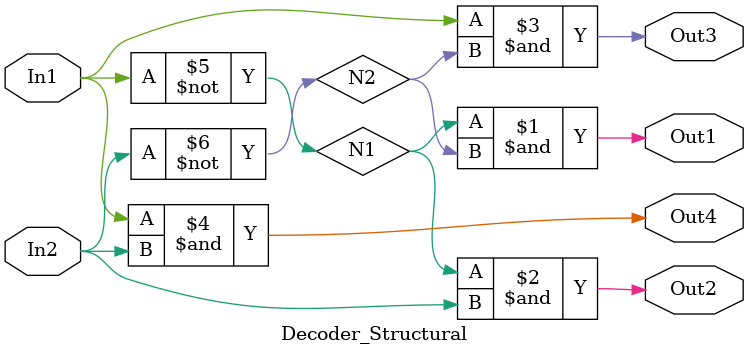
<source format=v>
`timescale 1ns / 1ps

module Decoder_Structural(In1, In2, Out1, Out2, Out3, Out4);
	input In1, In2;
	output Out1, Out2, Out3, Out4;
	wire N1, N2;
	
	not invert_1(N1, In1);
	not invert_2(N2, In2);
	
	and and_1(Out1, N1, N2);
	and and_2(Out2, N1, In2);
	and and_3(Out3, In1, N2);
	and and_4(Out4, In1, In2);
	
endmodule

</source>
